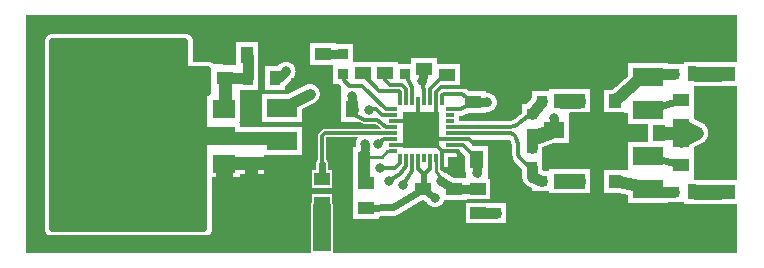
<source format=gbr>
%FSLAX34Y34*%
%MOMM*%
%LNCOPPER_TOP*%
G71*
G01*
%ADD10R,1.600X1.100*%
%ADD11R,1.100X1.600*%
%ADD12R,3.950X3.950*%
%ADD13C,1.100*%
%ADD14C,1.080*%
%ADD15R,2.200X1.900*%
%ADD16R,1.700X1.700*%
%ADD17R,2.600X2.200*%
%ADD18R,1.900X2.200*%
%ADD19C,1.050*%
%ADD20R,1.800X1.920*%
%ADD21R,3.400X2.400*%
%ADD22R,3.300X2.070*%
%ADD23C,2.070*%
%ADD24C,1.800*%
%ADD25C,1.700*%
%ADD26C,1.400*%
%ADD27C,1.900*%
%ADD28C,1.900*%
%ADD29C,0.600*%
%ADD30C,2.050*%
%ADD31C,0.300*%
%ADD32C,1.600*%
%ADD33C,1.600*%
%ADD34C,0.700*%
%ADD35C,1.200*%
%ADD36C,0.800*%
%ADD37R,1.900X3.400*%
%ADD38C,1.800*%
%ADD39R,2.700X2.300*%
%ADD40R,2.900X5.000*%
%ADD41C,2.300*%
%ADD42R,1.700X2.000*%
%ADD43C,1.300*%
%ADD44C,0.400*%
%ADD45R,1.800X1.500*%
%ADD46C,1.000*%
%ADD47R,2.000X1.700*%
%ADD48R,0.800X0.300*%
%ADD49R,0.300X0.800*%
%ADD50R,3.150X3.150*%
%ADD51C,0.280*%
%ADD52R,1.400X1.100*%
%ADD53R,0.900X0.900*%
%ADD54R,1.800X1.400*%
%ADD55R,1.100X1.400*%
%ADD56C,0.250*%
%ADD57R,1.000X1.120*%
%ADD58C,0.600*%
%ADD59R,2.600X1.600*%
%ADD60C,1.500*%
%ADD61R,2.500X1.270*%
%ADD62C,1.270*%
%ADD63C,0.900*%
%ADD64C,1.100*%
%ADD65C,1.250*%
%ADD66C,0.800*%
%ADD67R,1.500X3.000*%
%ADD68C,1.000*%
%ADD69R,1.900X1.500*%
%ADD70R,2.100X4.200*%
%ADD71R,2.600X2.790*%
%ADD72R,0.900X1.200*%
%ADD73R,0.600X2.200*%
%ADD74C,0.500*%
%LPD*%
G36*
X0Y0D02*
X602000Y0D01*
X602000Y-202000D01*
X0Y-202000D01*
X0Y0D01*
G37*
%LPC*%
X358332Y-115019D02*
G54D10*
D03*
X310032Y-115019D02*
G54D10*
D03*
X358332Y-110019D02*
G54D10*
D03*
X310032Y-110019D02*
G54D10*
D03*
X358332Y-105019D02*
G54D10*
D03*
X310032Y-105019D02*
G54D10*
D03*
X358332Y-100019D02*
G54D10*
D03*
X310032Y-100019D02*
G54D10*
D03*
X358332Y-95019D02*
G54D10*
D03*
X310032Y-95019D02*
G54D10*
D03*
X358332Y-90019D02*
G54D10*
D03*
X310032Y-90019D02*
G54D10*
D03*
X358332Y-85019D02*
G54D10*
D03*
X310032Y-85019D02*
G54D10*
D03*
X358332Y-80019D02*
G54D10*
D03*
X310032Y-80019D02*
G54D10*
D03*
X351682Y-121669D02*
G54D11*
D03*
X351682Y-73369D02*
G54D11*
D03*
X346682Y-121669D02*
G54D11*
D03*
X346682Y-73369D02*
G54D11*
D03*
X341682Y-121669D02*
G54D11*
D03*
X341682Y-73369D02*
G54D11*
D03*
X336682Y-121669D02*
G54D11*
D03*
X336682Y-73369D02*
G54D11*
D03*
X331682Y-121669D02*
G54D11*
D03*
X331682Y-73369D02*
G54D11*
D03*
X326682Y-121669D02*
G54D11*
D03*
X326682Y-73369D02*
G54D11*
D03*
X321682Y-121669D02*
G54D11*
D03*
X321682Y-73369D02*
G54D11*
D03*
X316682Y-121669D02*
G54D11*
D03*
X316682Y-73369D02*
G54D11*
D03*
X334259Y-97525D02*
G54D12*
D03*
G54D13*
X316682Y-73369D02*
X316682Y-65644D01*
X315366Y-64328D01*
X298566Y-64328D01*
G54D13*
X321682Y-73369D02*
X321682Y-63244D01*
X317766Y-59328D01*
X308066Y-59328D01*
G54D13*
X326682Y-73369D02*
X326682Y-60744D01*
X320430Y-50534D01*
G54D14*
X312032Y-115019D02*
X305551Y-115019D01*
X301000Y-120500D01*
X287856Y-120215D01*
G54D13*
X310032Y-90019D02*
X324381Y-90019D01*
X324400Y-90000D01*
G54D13*
X310032Y-110019D02*
X325119Y-110019D01*
X325500Y-110400D01*
G54D13*
X358332Y-105019D02*
X347719Y-105019D01*
X347500Y-104800D01*
G54D13*
X346682Y-73369D02*
X346682Y-82418D01*
X346682Y-73369D01*
G54D13*
X331682Y-73369D02*
X331682Y-84482D01*
X331700Y-84500D01*
X251153Y-33604D02*
G54D15*
D03*
X268380Y-50334D02*
G54D16*
D03*
X268280Y-33633D02*
G54D16*
D03*
X427850Y-129300D02*
G54D16*
D03*
X427750Y-112600D02*
G54D16*
D03*
X427850Y-84400D02*
G54D16*
D03*
X427750Y-101100D02*
G54D16*
D03*
X446300Y-97400D02*
G54D17*
D03*
X378153Y-73854D02*
G54D15*
D03*
X320430Y-50534D02*
G54D16*
D03*
G54D13*
X341682Y-72969D02*
X341682Y-62918D01*
X351000Y-53600D01*
X350750Y-50850D01*
X355903Y-50204D01*
G54D13*
X336682Y-73369D02*
X336679Y-64494D01*
X335015Y-56077D01*
G54D13*
X351682Y-73369D02*
X351682Y-68318D01*
X353250Y-66750D01*
X369149Y-66750D01*
X378153Y-73854D01*
G54D13*
X358332Y-80019D02*
X367887Y-80019D01*
X378153Y-73854D01*
X275447Y-79749D02*
G54D18*
D03*
X285856Y-123215D02*
G54D18*
D03*
G36*
X371606Y-111500D02*
X390606Y-111500D01*
X390606Y-133500D01*
X371606Y-133500D01*
X371606Y-111500D01*
G37*
X336153Y-147354D02*
G54D15*
D03*
X397903Y-168054D02*
G54D16*
D03*
X361903Y-147454D02*
G54D15*
D03*
G54D13*
X331682Y-121669D02*
X331682Y-130682D01*
X335414Y-134310D01*
X335414Y-141866D01*
X333806Y-147100D01*
G54D13*
X341682Y-121669D02*
X341682Y-130318D01*
X337401Y-134145D01*
X337504Y-141672D01*
X338806Y-147100D01*
G54D19*
X346682Y-121669D02*
X346682Y-132682D01*
X355200Y-145500D01*
X287253Y-142654D02*
G54D15*
D03*
X287253Y-163254D02*
G54D15*
D03*
G54D13*
X309332Y-85019D02*
X301300Y-85000D01*
X296300Y-80000D01*
X292569Y-79989D01*
X289715Y-80377D01*
X468063Y-72960D02*
G54D20*
D03*
G36*
X489262Y-63361D02*
X507262Y-63360D01*
X507263Y-82560D01*
X489263Y-82561D01*
X489262Y-63361D01*
G37*
G36*
X474163Y-24460D02*
X492163Y-24460D01*
X492163Y-43660D01*
X474163Y-43660D01*
X474163Y-24460D01*
G37*
X553884Y-92997D02*
G54D15*
D03*
X553884Y-72397D02*
G54D15*
D03*
X526481Y-80551D02*
G54D21*
D03*
X526481Y-52551D02*
G54D21*
D03*
X587502Y-49939D02*
G54D22*
D03*
X587502Y-149939D02*
G54D22*
D03*
X564902Y-49939D02*
G54D16*
D03*
X548202Y-50039D02*
G54D16*
D03*
X564902Y-149939D02*
G54D16*
D03*
X548202Y-150039D02*
G54D16*
D03*
G54D23*
X566702Y-149939D02*
X586702Y-149939D01*
G36*
X566702Y-139589D02*
X566702Y-160289D01*
X556352Y-160289D01*
X556352Y-139589D01*
X566702Y-139589D01*
G37*
G54D23*
X566702Y-49939D02*
X586702Y-49939D01*
G36*
X566702Y-39589D02*
X566702Y-60289D01*
X556352Y-60289D01*
X556352Y-39589D01*
X566702Y-39589D01*
G37*
G36*
X459063Y-131360D02*
X477063Y-131360D01*
X477063Y-150560D01*
X459063Y-150560D01*
X459063Y-131360D01*
G37*
G36*
X489263Y-131360D02*
X507263Y-131360D01*
X507263Y-150560D01*
X489263Y-150560D01*
X489263Y-131360D01*
G37*
X483163Y-102060D02*
G54D20*
D03*
X526481Y-147551D02*
G54D21*
D03*
X526481Y-119551D02*
G54D21*
D03*
G54D24*
X498263Y-72960D02*
X521000Y-53000D01*
G54D25*
X548202Y-50039D02*
X530043Y-50039D01*
X526481Y-53601D01*
G54D24*
X498263Y-140960D02*
X526481Y-146601D01*
G54D25*
X548202Y-150039D02*
X530039Y-150039D01*
X528250Y-148250D01*
X535550Y-100001D02*
G54D18*
D03*
X553784Y-106878D02*
G54D15*
D03*
X553784Y-127478D02*
G54D15*
D03*
G54D26*
X526481Y-119551D02*
X553784Y-127478D01*
G54D26*
X526481Y-80551D02*
X553884Y-72397D01*
G54D27*
X553884Y-92997D02*
X553784Y-106878D01*
G54D27*
X535550Y-100001D02*
X553772Y-100113D01*
X567563Y-99709D02*
G54D28*
D03*
G54D27*
X553784Y-106878D02*
X567563Y-99709D01*
X553884Y-92997D01*
X553772Y-100113D01*
X567563Y-99709D01*
G36*
X515000Y-113000D02*
X561774Y-113000D01*
X561774Y-143713D01*
X515000Y-143713D01*
X515000Y-113000D01*
G37*
G54D29*
X515000Y-113000D02*
X561774Y-113000D01*
X561774Y-143713D01*
X515000Y-143713D01*
X515000Y-113000D01*
G36*
X517000Y-141000D02*
X502720Y-141000D01*
X502720Y-134390D01*
X517000Y-134390D01*
X517000Y-141000D01*
G37*
G54D29*
X517000Y-141000D02*
X502720Y-141000D01*
X502720Y-134390D01*
X517000Y-134390D01*
X517000Y-141000D01*
G36*
X520000Y-53000D02*
X561876Y-53000D01*
X561876Y-87725D01*
X520000Y-87725D01*
X520000Y-53000D01*
G37*
G54D29*
X520000Y-53000D02*
X561876Y-53000D01*
X561876Y-87725D01*
X520000Y-87725D01*
X520000Y-53000D01*
G36*
X497000Y-69950D02*
X515233Y-69950D01*
X515233Y-79552D01*
X497000Y-79552D01*
X497000Y-69950D01*
G37*
G54D29*
X497000Y-69950D02*
X515233Y-69950D01*
X515233Y-79552D01*
X497000Y-79552D01*
X497000Y-69950D01*
G54D30*
X466863Y-140960D02*
X453050Y-140950D01*
G36*
X466856Y-151210D02*
X466870Y-130710D01*
X477120Y-130717D01*
X477106Y-151217D01*
X466856Y-151210D01*
G37*
G36*
X453057Y-130700D02*
X453043Y-151200D01*
X442793Y-151193D01*
X442807Y-130693D01*
X453057Y-130700D01*
G37*
X453050Y-140950D02*
G54D16*
D03*
X436350Y-141050D02*
G54D16*
D03*
G54D30*
X466863Y-72960D02*
X453050Y-72950D01*
G36*
X466856Y-83210D02*
X466870Y-62710D01*
X477120Y-62717D01*
X477106Y-83217D01*
X466856Y-83210D01*
G37*
G36*
X453057Y-62700D02*
X453043Y-83200D01*
X442793Y-83193D01*
X442807Y-62693D01*
X453057Y-62700D01*
G37*
X453050Y-72950D02*
G54D16*
D03*
X436350Y-73050D02*
G54D16*
D03*
G54D25*
X427750Y-112600D02*
X427750Y-101100D01*
G54D30*
X430958Y-103834D02*
X446300Y-97400D01*
G54D25*
X427850Y-84400D02*
X436350Y-73050D01*
G54D25*
X427850Y-129300D02*
X427855Y-137166D01*
X436350Y-141050D01*
G36*
X436350Y-73050D02*
X457792Y-73050D01*
X457792Y-89199D01*
X436350Y-89199D01*
X436350Y-73050D01*
G37*
G54D31*
X436350Y-73050D02*
X457792Y-73050D01*
X457792Y-89199D01*
X436350Y-89199D01*
X436350Y-73050D01*
X355903Y-50604D02*
G54D15*
D03*
X336700Y-45500D02*
G54D15*
D03*
X335015Y-56077D02*
G54D32*
D03*
G54D33*
X335015Y-56077D02*
X336700Y-45500D01*
X350900Y-140500D02*
G54D32*
D03*
X389800Y-74000D02*
G54D32*
D03*
G54D33*
X389800Y-74000D02*
X378153Y-73854D01*
X284700Y-49100D02*
G54D15*
D03*
X303700Y-49100D02*
G54D15*
D03*
G54D13*
X308066Y-59328D02*
X303700Y-54962D01*
X303700Y-49100D01*
G54D13*
X284700Y-49100D02*
X284700Y-50462D01*
X298566Y-64328D01*
G54D13*
X268580Y-50534D02*
X268580Y-55580D01*
X273000Y-60000D01*
X284000Y-60000D01*
X304000Y-80000D01*
X310013Y-80000D01*
X310032Y-80019D01*
X290415Y-80377D02*
G54D32*
D03*
G54D34*
X276347Y-80049D02*
X276915Y-84677D01*
X287000Y-89000D01*
G54D34*
X310032Y-95019D02*
X304019Y-95019D01*
X297000Y-89000D01*
X287000Y-89000D01*
X275934Y-69131D02*
G54D32*
D03*
G54D33*
X275534Y-69131D02*
X275543Y-76054D01*
X276915Y-80617D01*
X275447Y-79749D01*
X297515Y-109677D02*
G54D32*
D03*
G54D13*
X310032Y-105019D02*
X303046Y-105012D01*
X297515Y-109677D01*
X286615Y-109677D02*
G54D32*
D03*
G54D35*
X286615Y-109677D02*
X285856Y-120215D01*
X299115Y-129677D02*
G54D32*
D03*
X307215Y-140477D02*
G54D32*
D03*
X319215Y-143777D02*
G54D32*
D03*
G54D13*
X299115Y-129677D02*
X312323Y-129677D01*
X316682Y-125318D01*
X316682Y-121669D01*
G54D13*
X307215Y-140477D02*
X316000Y-135000D01*
X321682Y-128318D01*
X321682Y-121669D01*
G54D13*
X319215Y-143777D02*
X326682Y-132318D01*
X326682Y-121669D01*
G54D13*
X358332Y-110019D02*
X370019Y-110019D01*
X379000Y-120000D01*
X380000Y-119994D01*
X382106Y-122100D01*
G54D33*
X350900Y-140500D02*
X361903Y-147454D01*
X381903Y-147454D01*
G54D25*
X381903Y-147454D02*
X381903Y-146521D01*
X381903Y-147454D01*
X381115Y-133677D02*
G54D32*
D03*
G54D33*
X381106Y-133677D02*
X381106Y-122500D01*
G36*
X375581Y-123108D02*
X386571Y-123108D01*
X386571Y-140728D01*
X375581Y-140728D01*
X375581Y-123108D01*
G37*
G54D36*
X375581Y-123108D02*
X386571Y-123108D01*
X386571Y-140728D01*
X375581Y-140728D01*
X375581Y-123108D01*
G36*
X350000Y-66000D02*
X365000Y-66000D01*
X365000Y-79000D01*
X350000Y-79000D01*
X350000Y-66000D01*
G37*
G54D36*
X350000Y-66000D02*
X365000Y-66000D01*
X365000Y-79000D01*
X350000Y-79000D01*
X350000Y-66000D01*
G36*
X297000Y-65000D02*
X312000Y-65000D01*
X312000Y-80000D01*
X297000Y-80000D01*
X297000Y-65000D01*
G37*
G54D36*
X297000Y-65000D02*
X312000Y-65000D01*
X312000Y-80000D01*
X297000Y-80000D01*
X297000Y-65000D01*
G36*
X305000Y-89000D02*
X279948Y-81000D01*
X275447Y-79749D01*
X270948Y-64453D01*
X305000Y-64453D01*
X305000Y-89000D01*
G37*
G54D36*
X305000Y-89000D02*
X279948Y-81000D01*
X275447Y-79749D01*
X270948Y-64453D01*
X305000Y-64453D01*
X305000Y-89000D01*
G36*
X297515Y-109677D02*
X314000Y-102000D01*
X315000Y-124000D01*
X290000Y-124000D01*
X285856Y-120215D01*
X286915Y-109677D01*
X297515Y-109677D01*
G37*
G54D36*
X297515Y-109677D02*
X314000Y-102000D01*
X315000Y-124000D01*
X290000Y-124000D01*
X285856Y-120215D01*
X286915Y-109677D01*
X297515Y-109677D01*
G36*
X317000Y-119000D02*
X346000Y-119000D01*
X346000Y-141000D01*
X317000Y-141000D01*
X317000Y-119000D01*
G37*
G54D36*
X317000Y-119000D02*
X346000Y-119000D01*
X346000Y-141000D01*
X317000Y-141000D01*
X317000Y-119000D01*
G54D13*
X358332Y-100019D02*
X407019Y-100019D01*
X409502Y-100270D01*
X411530Y-101182D01*
X413236Y-102527D01*
X414447Y-104203D01*
X415657Y-106704D01*
X416000Y-109000D01*
X415977Y-117512D01*
X416919Y-120126D01*
X417701Y-121313D01*
X418582Y-122450D01*
X421050Y-124980D01*
X423608Y-126846D01*
X426289Y-128876D01*
G54D13*
X358332Y-95019D02*
X406231Y-95019D01*
X409580Y-94859D01*
X413000Y-94000D01*
X415349Y-93140D01*
X417419Y-91721D01*
X420790Y-89001D01*
X425000Y-86000D01*
X427850Y-84400D01*
X250048Y-185488D02*
G54D37*
D03*
G54D27*
X250048Y-184688D02*
X249953Y-162254D01*
X189509Y-104184D02*
G54D38*
D03*
X167357Y-79986D02*
G54D39*
D03*
X167457Y-102986D02*
G54D39*
D03*
X167457Y-125986D02*
G54D39*
D03*
X108757Y-103086D02*
G54D40*
D03*
X216256Y-79209D02*
G54D21*
D03*
X216256Y-107209D02*
G54D21*
D03*
X189762Y-125131D02*
G54D15*
D03*
X189762Y-104531D02*
G54D15*
D03*
X168209Y-53803D02*
G54D15*
D03*
G54D41*
X167457Y-102986D02*
X108857Y-102986D01*
X108757Y-103086D01*
X186512Y-33750D02*
G54D18*
D03*
X187518Y-53342D02*
G54D42*
D03*
X210518Y-53342D02*
G54D42*
D03*
G54D25*
X187518Y-53342D02*
X187518Y-34756D01*
X186512Y-33750D01*
G54D25*
X187518Y-53342D02*
X168209Y-53803D01*
G54D27*
X167357Y-76986D02*
X168210Y-76134D01*
X168209Y-53803D01*
G54D27*
X189762Y-104531D02*
X167457Y-104531D01*
X167457Y-102986D01*
G54D27*
X189762Y-125131D02*
X167457Y-125131D01*
X167457Y-125986D01*
G36*
X134000Y-22000D02*
X134000Y-46000D01*
X154000Y-46000D01*
X154000Y-66000D01*
X150000Y-66000D01*
X150000Y-181000D01*
X22000Y-181000D01*
X22000Y-22000D01*
X134000Y-22000D01*
G37*
G54D43*
X134000Y-22000D02*
X134000Y-46000D01*
X154000Y-46000D01*
X154000Y-66000D01*
X150000Y-66000D01*
X150000Y-181000D01*
X22000Y-181000D01*
X22000Y-22000D01*
X134000Y-22000D01*
G54D27*
X189762Y-104531D02*
X196593Y-104480D01*
X204105Y-104702D01*
X205978Y-105531D01*
X216256Y-107810D01*
G54D33*
X251153Y-33604D02*
X268280Y-33633D01*
X446600Y-87000D02*
G54D32*
D03*
G54D33*
X446800Y-87000D02*
X446300Y-97400D01*
G54D24*
X285856Y-120215D02*
X285856Y-141256D01*
X287253Y-142654D01*
G54D26*
X287253Y-163254D02*
X310000Y-163000D01*
X336153Y-147354D01*
X346100Y-155000D01*
X336153Y-147354D01*
X346100Y-155000D02*
G54D32*
D03*
X240334Y-67431D02*
G54D32*
D03*
G54D25*
X240334Y-67431D02*
X216256Y-79209D01*
X219334Y-47431D02*
G54D32*
D03*
G54D33*
X210518Y-53342D02*
X213423Y-53342D01*
X219334Y-47431D01*
G36*
X316000Y-159000D02*
X278244Y-159000D01*
X278244Y-119760D01*
X316000Y-119760D01*
X316000Y-159000D01*
G37*
G54D44*
X316000Y-159000D02*
X278244Y-159000D01*
X278244Y-119760D01*
X316000Y-119760D01*
X316000Y-159000D01*
G36*
X275447Y-79749D02*
X267964Y-79749D01*
X267964Y-43014D01*
X275447Y-43014D01*
X275447Y-79749D01*
G37*
G54D44*
X275447Y-79749D02*
X267964Y-79749D01*
X267964Y-43014D01*
X275447Y-43014D01*
X275447Y-79749D01*
G36*
X157000Y-101000D02*
X198000Y-101000D01*
X198000Y-121000D01*
X157000Y-121000D01*
X157000Y-101000D01*
G37*
G54D44*
X157000Y-101000D02*
X198000Y-101000D01*
X198000Y-121000D01*
X157000Y-121000D01*
X157000Y-101000D01*
G36*
X178475Y-89026D02*
X154000Y-89026D01*
X154000Y-43000D01*
X178475Y-44000D01*
X178475Y-89026D01*
G37*
G54D44*
X178475Y-89026D02*
X154000Y-89026D01*
X154000Y-43000D01*
X178475Y-44000D01*
X178475Y-89026D01*
X148209Y-53803D02*
G54D15*
D03*
X249953Y-138654D02*
G54D45*
D03*
X249953Y-159254D02*
G54D45*
D03*
G54D46*
X249953Y-138654D02*
X250000Y-126000D01*
X249953Y-138654D01*
G54D34*
X310032Y-100019D02*
X252981Y-100019D01*
X249953Y-103047D01*
X249953Y-109953D01*
X250000Y-126000D01*
G36*
X427750Y-112600D02*
X415349Y-112600D01*
X415349Y-93140D01*
X427750Y-93140D01*
X427750Y-112600D01*
G37*
G54D31*
X427750Y-112600D02*
X415349Y-112600D01*
X415349Y-93140D01*
X427750Y-93140D01*
X427750Y-112600D01*
X381903Y-168054D02*
G54D47*
D03*
X381903Y-147454D02*
G54D47*
D03*
G54D25*
X381903Y-168054D02*
X397903Y-168054D01*
%LPD*%
X358332Y-115019D02*
G54D48*
D03*
X310032Y-115019D02*
G54D48*
D03*
X358332Y-110019D02*
G54D48*
D03*
X310032Y-110019D02*
G54D48*
D03*
X358332Y-105019D02*
G54D48*
D03*
X310032Y-105019D02*
G54D48*
D03*
X358332Y-100019D02*
G54D48*
D03*
X310032Y-100019D02*
G54D48*
D03*
X358332Y-95019D02*
G54D48*
D03*
X310032Y-95019D02*
G54D48*
D03*
X358332Y-90019D02*
G54D48*
D03*
X310032Y-90019D02*
G54D48*
D03*
X358332Y-85019D02*
G54D48*
D03*
X310032Y-85019D02*
G54D48*
D03*
X358332Y-80019D02*
G54D48*
D03*
X310032Y-80019D02*
G54D48*
D03*
X351682Y-121669D02*
G54D49*
D03*
X351682Y-73369D02*
G54D49*
D03*
X346682Y-121669D02*
G54D49*
D03*
X346682Y-73369D02*
G54D49*
D03*
X341682Y-121669D02*
G54D49*
D03*
X341682Y-73369D02*
G54D49*
D03*
X336682Y-121669D02*
G54D49*
D03*
X336682Y-73369D02*
G54D49*
D03*
X331682Y-121669D02*
G54D49*
D03*
X331682Y-73369D02*
G54D49*
D03*
X326682Y-121669D02*
G54D49*
D03*
X326682Y-73369D02*
G54D49*
D03*
X321682Y-121669D02*
G54D49*
D03*
X321682Y-73369D02*
G54D49*
D03*
X316682Y-121669D02*
G54D49*
D03*
X316682Y-73369D02*
G54D49*
D03*
X334259Y-97525D02*
G54D50*
D03*
G54D31*
X316682Y-73369D02*
X316682Y-65644D01*
X315366Y-64328D01*
X298566Y-64328D01*
G54D31*
X321682Y-73369D02*
X321682Y-63244D01*
X317766Y-59328D01*
X308066Y-59328D01*
G54D31*
X326682Y-73369D02*
X326682Y-60744D01*
X320430Y-50534D01*
G54D51*
X312032Y-115019D02*
X305551Y-115019D01*
X301000Y-120500D01*
X287856Y-120215D01*
G54D31*
X310032Y-90019D02*
X324381Y-90019D01*
X324400Y-90000D01*
G54D31*
X310032Y-110019D02*
X325119Y-110019D01*
X325500Y-110400D01*
G54D31*
X351682Y-121669D02*
X351682Y-114982D01*
X347800Y-111100D01*
G54D31*
X358332Y-115019D02*
X351719Y-115019D01*
X347800Y-111100D01*
G54D31*
X358332Y-105019D02*
X347719Y-105019D01*
X347500Y-104800D01*
G54D31*
X346682Y-73369D02*
X346682Y-82418D01*
X346682Y-73369D01*
G54D31*
X331682Y-73369D02*
X331682Y-84482D01*
X331700Y-84500D01*
X251153Y-33604D02*
G54D52*
D03*
X251153Y-54204D02*
G54D52*
D03*
X268380Y-50334D02*
G54D53*
D03*
X268280Y-33633D02*
G54D53*
D03*
X427850Y-129300D02*
G54D53*
D03*
X427750Y-112600D02*
G54D53*
D03*
X427850Y-84400D02*
G54D53*
D03*
X427750Y-101100D02*
G54D53*
D03*
X446300Y-123500D02*
G54D54*
D03*
X446300Y-97400D02*
G54D54*
D03*
X378153Y-53254D02*
G54D52*
D03*
X378153Y-73854D02*
G54D52*
D03*
X320330Y-33834D02*
G54D53*
D03*
X320430Y-50534D02*
G54D53*
D03*
G54D31*
X341682Y-72969D02*
X341682Y-62918D01*
X351000Y-53600D01*
X350750Y-50850D01*
X355903Y-50204D01*
G54D31*
X336682Y-73369D02*
X336679Y-64494D01*
X335015Y-56077D01*
G54D31*
X346682Y-73969D02*
X346682Y-65418D01*
X351000Y-61100D01*
X366000Y-61100D01*
X380750Y-61350D01*
X380750Y-61600D01*
X381500Y-61350D01*
X381057Y-61350D01*
X380903Y-60504D01*
G54D31*
X351682Y-73369D02*
X351682Y-68318D01*
X353250Y-66750D01*
X369149Y-66750D01*
X378153Y-73854D01*
G54D31*
X358332Y-80019D02*
X367887Y-80019D01*
X378153Y-73854D01*
G36*
X249347Y-72749D02*
X260347Y-72749D01*
X260347Y-86749D01*
X249347Y-86749D01*
X249347Y-72749D01*
G37*
X275447Y-79749D02*
G54D55*
D03*
X285856Y-123215D02*
G54D55*
D03*
X265256Y-123215D02*
G54D55*
D03*
G36*
X375606Y-115500D02*
X386606Y-115500D01*
X386606Y-129500D01*
X375606Y-129500D01*
X375606Y-115500D01*
G37*
G36*
X396206Y-115500D02*
X407206Y-115500D01*
X407206Y-129500D01*
X396206Y-129500D01*
X396206Y-115500D01*
G37*
X336153Y-147354D02*
G54D52*
D03*
X336153Y-167954D02*
G54D52*
D03*
X414603Y-167954D02*
G54D53*
D03*
X397903Y-168054D02*
G54D53*
D03*
X361903Y-147454D02*
G54D52*
D03*
X361903Y-168054D02*
G54D52*
D03*
G54D31*
X331682Y-121669D02*
X331682Y-130682D01*
X335414Y-134310D01*
X335414Y-141866D01*
X333806Y-147100D01*
G54D31*
X341682Y-121669D02*
X341682Y-130318D01*
X337401Y-134145D01*
X337504Y-141672D01*
X338806Y-147100D01*
G54D56*
X346682Y-121669D02*
X346682Y-132682D01*
X355200Y-145500D01*
X287253Y-142654D02*
G54D52*
D03*
X287253Y-163254D02*
G54D52*
D03*
G54D31*
X309332Y-85019D02*
X301300Y-85000D01*
X296300Y-80000D01*
X292569Y-79989D01*
X289715Y-80377D01*
X468063Y-72960D02*
G54D57*
D03*
G36*
X478163Y-67360D02*
X488163Y-67360D01*
X488163Y-78560D01*
X478163Y-78560D01*
X478163Y-67360D01*
G37*
G36*
X493262Y-67360D02*
X503262Y-67360D01*
X503263Y-78560D01*
X493263Y-78560D01*
X493262Y-67360D01*
G37*
G36*
X478163Y-28460D02*
X488163Y-28460D01*
X488163Y-39660D01*
X478163Y-39660D01*
X478163Y-28460D01*
G37*
G54D36*
X483063Y-65960D02*
X483063Y-40960D01*
G36*
X460163Y-14560D02*
X506163Y-14560D01*
X506163Y-53560D01*
X460163Y-53560D01*
X460163Y-14560D01*
G37*
G54D46*
X483163Y-72960D02*
X483163Y-34060D01*
X465036Y-19004D02*
G54D58*
D03*
X471036Y-19004D02*
G54D58*
D03*
X477036Y-19004D02*
G54D58*
D03*
X483036Y-19004D02*
G54D58*
D03*
X489036Y-19004D02*
G54D58*
D03*
X495036Y-19004D02*
G54D58*
D03*
X501035Y-18004D02*
G54D58*
D03*
X465007Y-39127D02*
G54D58*
D03*
X501036Y-41004D02*
G54D58*
D03*
X501036Y-48004D02*
G54D58*
D03*
X474036Y-48004D02*
G54D58*
D03*
X483036Y-48004D02*
G54D58*
D03*
X492036Y-48004D02*
G54D58*
D03*
X483036Y-55004D02*
G54D58*
D03*
X553884Y-92997D02*
G54D52*
D03*
X553884Y-72397D02*
G54D52*
D03*
X526481Y-80551D02*
G54D59*
D03*
X526481Y-52551D02*
G54D59*
D03*
G54D60*
X8000Y-8000D02*
X594000Y-8000D01*
G36*
X8000Y-500D02*
X8000Y-15500D01*
X500Y-15500D01*
X500Y-500D01*
X8000Y-500D01*
G37*
G36*
X594000Y-15500D02*
X594000Y-500D01*
X601500Y-500D01*
X601500Y-15500D01*
X594000Y-15500D01*
G37*
X587502Y-49939D02*
G54D61*
D03*
X587502Y-149939D02*
G54D61*
D03*
G54D60*
X594000Y-29000D02*
X594000Y-8000D01*
G36*
X586500Y-29000D02*
X601500Y-29000D01*
X601500Y-36500D01*
X586500Y-36500D01*
X586500Y-29000D01*
G37*
G54D60*
X594000Y-71000D02*
X594000Y-129000D01*
G36*
X601500Y-71000D02*
X586500Y-71000D01*
X586500Y-63500D01*
X601500Y-63500D01*
X601500Y-71000D01*
G37*
G36*
X586500Y-129000D02*
X601500Y-129000D01*
X601500Y-136500D01*
X586500Y-136500D01*
X586500Y-129000D01*
G37*
G54D60*
X594000Y-193000D02*
X594000Y-171000D01*
G36*
X586500Y-193000D02*
X601500Y-193000D01*
X601500Y-200500D01*
X586500Y-200500D01*
X586500Y-193000D01*
G37*
G36*
X601500Y-171000D02*
X586500Y-171000D01*
X586500Y-163500D01*
X601500Y-163500D01*
X601500Y-171000D01*
G37*
G54D60*
X275000Y-194000D02*
X594000Y-194000D01*
G36*
X275000Y-186500D02*
X275000Y-201500D01*
X267500Y-201500D01*
X267500Y-186500D01*
X275000Y-186500D01*
G37*
G36*
X594000Y-201500D02*
X594000Y-186500D01*
X601500Y-186500D01*
X601500Y-201500D01*
X594000Y-201500D01*
G37*
X564902Y-49939D02*
G54D53*
D03*
X548202Y-50039D02*
G54D53*
D03*
X564902Y-149939D02*
G54D53*
D03*
X548202Y-150039D02*
G54D53*
D03*
G54D62*
X566702Y-149939D02*
X586702Y-149939D01*
G36*
X566702Y-143589D02*
X566702Y-156289D01*
X560352Y-156289D01*
X560352Y-143589D01*
X566702Y-143589D01*
G37*
G54D62*
X566702Y-49939D02*
X586702Y-49939D01*
G36*
X566702Y-43589D02*
X566702Y-56289D01*
X560352Y-56289D01*
X560352Y-43589D01*
X566702Y-43589D01*
G37*
G36*
X463063Y-135360D02*
X473063Y-135360D01*
X473063Y-146560D01*
X463063Y-146560D01*
X463063Y-135360D01*
G37*
G36*
X478163Y-135360D02*
X488163Y-135360D01*
X488164Y-146560D01*
X478164Y-146560D01*
X478163Y-135360D01*
G37*
G36*
X493263Y-135360D02*
X503263Y-135360D01*
X503263Y-146560D01*
X493263Y-146560D01*
X493263Y-135360D01*
G37*
X483163Y-102060D02*
G54D57*
D03*
G54D36*
X483063Y-133960D02*
X483063Y-108960D01*
G36*
X460163Y-82560D02*
X506163Y-82560D01*
X506163Y-121560D01*
X460163Y-121560D01*
X460163Y-82560D01*
G37*
G54D46*
X483163Y-140960D02*
X483163Y-102060D01*
X465036Y-87004D02*
G54D58*
D03*
X471036Y-87004D02*
G54D58*
D03*
X477036Y-87004D02*
G54D58*
D03*
X483036Y-87004D02*
G54D58*
D03*
X489036Y-87004D02*
G54D58*
D03*
X495036Y-87004D02*
G54D58*
D03*
X501035Y-87004D02*
G54D58*
D03*
X465036Y-116004D02*
G54D58*
D03*
X465036Y-108004D02*
G54D58*
D03*
X465036Y-101004D02*
G54D58*
D03*
X465036Y-94004D02*
G54D58*
D03*
X501036Y-94004D02*
G54D58*
D03*
X501036Y-101004D02*
G54D58*
D03*
X501036Y-108004D02*
G54D58*
D03*
X501036Y-116004D02*
G54D58*
D03*
X474036Y-116004D02*
G54D58*
D03*
X483036Y-116004D02*
G54D58*
D03*
X492036Y-116004D02*
G54D58*
D03*
X483036Y-123004D02*
G54D58*
D03*
X477236Y-155004D02*
G54D58*
D03*
X483236Y-155004D02*
G54D58*
D03*
X489236Y-155004D02*
G54D58*
D03*
X480269Y-160224D02*
G54D58*
D03*
X486258Y-160124D02*
G54D58*
D03*
G54D36*
X486258Y-160124D02*
X480269Y-160224D01*
X477236Y-155004D01*
X489236Y-155004D01*
G54D46*
X483236Y-155004D02*
X483163Y-143960D01*
X526481Y-147551D02*
G54D59*
D03*
X526481Y-119551D02*
G54D59*
D03*
G54D46*
X498263Y-72960D02*
X521000Y-53000D01*
G54D63*
X548202Y-50039D02*
X530043Y-50039D01*
X526481Y-53601D01*
G54D46*
X498263Y-140960D02*
X526481Y-146601D01*
G54D63*
X548202Y-150039D02*
X530039Y-150039D01*
X528250Y-148250D01*
X535550Y-100001D02*
G54D55*
D03*
X514950Y-100001D02*
G54D55*
D03*
X553784Y-106878D02*
G54D52*
D03*
X553784Y-127478D02*
G54D52*
D03*
G54D29*
X526481Y-119551D02*
X553784Y-127478D01*
G54D29*
X526481Y-80551D02*
X553884Y-72397D01*
G54D13*
X553884Y-92997D02*
X553784Y-106878D01*
G54D13*
X535550Y-100001D02*
X553772Y-100113D01*
X567563Y-99709D02*
G54D64*
D03*
G54D13*
X553784Y-106878D02*
X567563Y-99709D01*
X553884Y-92997D01*
X553772Y-100113D01*
X567563Y-99709D01*
X569564Y-63709D02*
G54D58*
D03*
X575814Y-63709D02*
G54D58*
D03*
X582314Y-63709D02*
G54D58*
D03*
X588564Y-63709D02*
G54D58*
D03*
X568064Y-69459D02*
G54D58*
D03*
X568064Y-75459D02*
G54D58*
D03*
X568314Y-81459D02*
G54D58*
D03*
X571314Y-86959D02*
G54D58*
D03*
X594814Y-63709D02*
G54D58*
D03*
X594000Y-71000D02*
G54D58*
D03*
X594000Y-81000D02*
G54D58*
D03*
X594000Y-91000D02*
G54D58*
D03*
X594000Y-101000D02*
G54D58*
D03*
X594000Y-111000D02*
G54D58*
D03*
X594000Y-121000D02*
G54D58*
D03*
X594000Y-130000D02*
G54D58*
D03*
X569564Y-136409D02*
G54D58*
D03*
X575814Y-136409D02*
G54D58*
D03*
X582314Y-136409D02*
G54D58*
D03*
X588564Y-136409D02*
G54D58*
D03*
X594814Y-136409D02*
G54D58*
D03*
X567980Y-130387D02*
G54D58*
D03*
X568034Y-124315D02*
G54D58*
D03*
X568060Y-117828D02*
G54D58*
D03*
X571956Y-112161D02*
G54D58*
D03*
X577340Y-108220D02*
G54D58*
D03*
X580201Y-102543D02*
G54D58*
D03*
X579883Y-96140D02*
G54D58*
D03*
X576840Y-90463D02*
G54D58*
D03*
X569564Y-36209D02*
G54D58*
D03*
X575814Y-36209D02*
G54D58*
D03*
X582314Y-36209D02*
G54D58*
D03*
X588564Y-36209D02*
G54D58*
D03*
X594814Y-36209D02*
G54D58*
D03*
X569564Y-163909D02*
G54D58*
D03*
X575814Y-163909D02*
G54D58*
D03*
X582314Y-163909D02*
G54D58*
D03*
X588564Y-163909D02*
G54D58*
D03*
X594814Y-163909D02*
G54D58*
D03*
X538064Y-163909D02*
G54D58*
D03*
X544314Y-163909D02*
G54D58*
D03*
X550814Y-163909D02*
G54D58*
D03*
X557064Y-163909D02*
G54D58*
D03*
X563314Y-163909D02*
G54D58*
D03*
X506564Y-163909D02*
G54D58*
D03*
X512814Y-163909D02*
G54D58*
D03*
X519314Y-163909D02*
G54D58*
D03*
X525564Y-163909D02*
G54D58*
D03*
X531814Y-163909D02*
G54D58*
D03*
X538064Y-36209D02*
G54D58*
D03*
X544314Y-36209D02*
G54D58*
D03*
X550814Y-36209D02*
G54D58*
D03*
X557064Y-36209D02*
G54D58*
D03*
X563314Y-36209D02*
G54D58*
D03*
X512814Y-36209D02*
G54D58*
D03*
X519314Y-36209D02*
G54D58*
D03*
X525564Y-36209D02*
G54D58*
D03*
X531814Y-36209D02*
G54D58*
D03*
X506481Y-157765D02*
G54D58*
D03*
X501752Y-154030D02*
G54D58*
D03*
X495600Y-153708D02*
G54D58*
D03*
X505970Y-128244D02*
G54D58*
D03*
X499844Y-128244D02*
G54D58*
D03*
X493718Y-128244D02*
G54D58*
D03*
X472595Y-127244D02*
G54D58*
D03*
X463335Y-127245D02*
G54D58*
D03*
X494218Y-58244D02*
G54D58*
D03*
X474095Y-58244D02*
G54D58*
D03*
X467974Y-56603D02*
G54D58*
D03*
X462334Y-59682D02*
G54D58*
D03*
X499718Y-54744D02*
G54D58*
D03*
X506156Y-44935D02*
G54D58*
D03*
X594000Y-171000D02*
G54D58*
D03*
X594000Y-181000D02*
G54D58*
D03*
X594000Y-191000D02*
G54D58*
D03*
X594000Y-8000D02*
G54D58*
D03*
X594000Y-18000D02*
G54D58*
D03*
X594000Y-28000D02*
G54D58*
D03*
X584000Y-194000D02*
G54D58*
D03*
X574000Y-194000D02*
G54D58*
D03*
X564000Y-194000D02*
G54D58*
D03*
X554000Y-194000D02*
G54D58*
D03*
X544000Y-194000D02*
G54D58*
D03*
X534000Y-194000D02*
G54D58*
D03*
X524000Y-194000D02*
G54D58*
D03*
X514000Y-194000D02*
G54D58*
D03*
X504000Y-194000D02*
G54D58*
D03*
X494000Y-194000D02*
G54D58*
D03*
X484000Y-194000D02*
G54D58*
D03*
X474000Y-194000D02*
G54D58*
D03*
X464000Y-194000D02*
G54D58*
D03*
X454000Y-194000D02*
G54D58*
D03*
X444000Y-194000D02*
G54D58*
D03*
X434000Y-194000D02*
G54D58*
D03*
X424000Y-194000D02*
G54D58*
D03*
X414000Y-194000D02*
G54D58*
D03*
X404000Y-194000D02*
G54D58*
D03*
X394000Y-194000D02*
G54D58*
D03*
X384000Y-194000D02*
G54D58*
D03*
X374000Y-194000D02*
G54D58*
D03*
X364000Y-194000D02*
G54D58*
D03*
X354000Y-194000D02*
G54D58*
D03*
X343000Y-194000D02*
G54D58*
D03*
X584000Y-8000D02*
G54D58*
D03*
X574000Y-8000D02*
G54D58*
D03*
X564000Y-8000D02*
G54D58*
D03*
X554000Y-8000D02*
G54D58*
D03*
X544000Y-8000D02*
G54D58*
D03*
X534000Y-8000D02*
G54D58*
D03*
X524000Y-8000D02*
G54D58*
D03*
X514000Y-8000D02*
G54D58*
D03*
X504000Y-8000D02*
G54D58*
D03*
X494000Y-8000D02*
G54D58*
D03*
X484000Y-8000D02*
G54D58*
D03*
X474000Y-8000D02*
G54D58*
D03*
X464000Y-8000D02*
G54D58*
D03*
X454000Y-8000D02*
G54D58*
D03*
X444000Y-8000D02*
G54D58*
D03*
X434000Y-8000D02*
G54D58*
D03*
X424000Y-8000D02*
G54D58*
D03*
X414000Y-8000D02*
G54D58*
D03*
X404000Y-8000D02*
G54D58*
D03*
X394000Y-8000D02*
G54D58*
D03*
X384000Y-8000D02*
G54D58*
D03*
X374000Y-8000D02*
G54D58*
D03*
X364000Y-8000D02*
G54D58*
D03*
X354000Y-8000D02*
G54D58*
D03*
X343000Y-8000D02*
G54D58*
D03*
X577982Y-176223D02*
G54D58*
D03*
X563310Y-176223D02*
G54D58*
D03*
X547965Y-176728D02*
G54D58*
D03*
X531944Y-176897D02*
G54D58*
D03*
X517948Y-176728D02*
G54D58*
D03*
X503951Y-176560D02*
G54D58*
D03*
X495014Y-165936D02*
G54D58*
D03*
X490292Y-180776D02*
G54D58*
D03*
X478656Y-169477D02*
G54D58*
D03*
X473091Y-180438D02*
G54D58*
D03*
X579947Y-123684D02*
G54D58*
D03*
X580605Y-76754D02*
G54D58*
D03*
X578319Y-24283D02*
G54D58*
D03*
X562298Y-24452D02*
G54D58*
D03*
X546784Y-24621D02*
G54D58*
D03*
G54D65*
X466863Y-140960D02*
X453050Y-140950D01*
G36*
X466859Y-147210D02*
X466868Y-134710D01*
X473118Y-134714D01*
X473109Y-147214D01*
X466859Y-147210D01*
G37*
G36*
X453054Y-134700D02*
X453046Y-147200D01*
X446796Y-147196D01*
X446804Y-134696D01*
X453054Y-134700D01*
G37*
X453050Y-140950D02*
G54D53*
D03*
X436350Y-141050D02*
G54D53*
D03*
G54D65*
X466863Y-72960D02*
X453050Y-72950D01*
G36*
X466859Y-79210D02*
X466868Y-66710D01*
X473118Y-66714D01*
X473109Y-79214D01*
X466859Y-79210D01*
G37*
G36*
X453054Y-66700D02*
X453046Y-79200D01*
X446796Y-79196D01*
X446804Y-66696D01*
X453054Y-66700D01*
G37*
X453050Y-72950D02*
G54D53*
D03*
X436350Y-73050D02*
G54D53*
D03*
G54D63*
X427750Y-112600D02*
X427750Y-101100D01*
G54D65*
X430958Y-103834D02*
X446300Y-97400D01*
G54D63*
X427850Y-84400D02*
X436350Y-73050D01*
G54D63*
X427850Y-129300D02*
X427855Y-137166D01*
X436350Y-141050D01*
X446595Y-112244D02*
G54D58*
D03*
X452595Y-112244D02*
G54D58*
D03*
X459595Y-112244D02*
G54D58*
D03*
X322255Y-85525D02*
G54D58*
D03*
X328255Y-85525D02*
G54D58*
D03*
X334255Y-85525D02*
G54D58*
D03*
X340255Y-85525D02*
G54D58*
D03*
X346255Y-85525D02*
G54D58*
D03*
X322255Y-91525D02*
G54D58*
D03*
X328255Y-91525D02*
G54D58*
D03*
X334255Y-91525D02*
G54D58*
D03*
X340255Y-91525D02*
G54D58*
D03*
X346255Y-91525D02*
G54D58*
D03*
X322255Y-97525D02*
G54D58*
D03*
X328255Y-97525D02*
G54D58*
D03*
X340255Y-97525D02*
G54D58*
D03*
X346255Y-97525D02*
G54D58*
D03*
X322255Y-103525D02*
G54D58*
D03*
X328255Y-103525D02*
G54D58*
D03*
X334255Y-103525D02*
G54D58*
D03*
X340255Y-103525D02*
G54D58*
D03*
X346255Y-103525D02*
G54D58*
D03*
X322255Y-109525D02*
G54D58*
D03*
X328255Y-109525D02*
G54D58*
D03*
X334255Y-109525D02*
G54D58*
D03*
X340255Y-109525D02*
G54D58*
D03*
X346255Y-109525D02*
G54D58*
D03*
X334259Y-97525D02*
G54D58*
D03*
X374091Y-86438D02*
G54D58*
D03*
X380091Y-86438D02*
G54D58*
D03*
X386091Y-86438D02*
G54D58*
D03*
X392091Y-86438D02*
G54D58*
D03*
X398091Y-86438D02*
G54D58*
D03*
X355903Y-30003D02*
G54D52*
D03*
X355903Y-50604D02*
G54D52*
D03*
X336700Y-24900D02*
G54D52*
D03*
X336700Y-45500D02*
G54D52*
D03*
X335015Y-56077D02*
G54D66*
D03*
G54D36*
X335015Y-56077D02*
X336700Y-45500D01*
X350900Y-140500D02*
G54D66*
D03*
X389800Y-74000D02*
G54D66*
D03*
G54D36*
X389800Y-74000D02*
X378153Y-73854D01*
X284700Y-28500D02*
G54D52*
D03*
X284700Y-49100D02*
G54D52*
D03*
X303700Y-28500D02*
G54D52*
D03*
X303700Y-49100D02*
G54D52*
D03*
G54D31*
X308066Y-59328D02*
X303700Y-54962D01*
X303700Y-49100D01*
G54D31*
X284700Y-49100D02*
X284700Y-50462D01*
X298566Y-64328D01*
G54D31*
X268580Y-50534D02*
X268580Y-55580D01*
X273000Y-60000D01*
X284000Y-60000D01*
X304000Y-80000D01*
X310013Y-80000D01*
X310032Y-80019D01*
X290415Y-80377D02*
G54D66*
D03*
G54D31*
X276347Y-80049D02*
X276915Y-84677D01*
X287000Y-89000D01*
G54D31*
X310032Y-95019D02*
X304019Y-95019D01*
X297000Y-89000D01*
X287000Y-89000D01*
X275934Y-69131D02*
G54D66*
D03*
G54D36*
X275534Y-69131D02*
X275543Y-76054D01*
X276915Y-80617D01*
X275447Y-79749D01*
X297515Y-109677D02*
G54D66*
D03*
G54D31*
X310032Y-105019D02*
X303046Y-105012D01*
X297515Y-109677D01*
X286615Y-109677D02*
G54D66*
D03*
G54D36*
X286615Y-109677D02*
X285856Y-120215D01*
X299115Y-129677D02*
G54D66*
D03*
X307215Y-140477D02*
G54D66*
D03*
X319215Y-143777D02*
G54D66*
D03*
G54D31*
X299115Y-129677D02*
X312323Y-129677D01*
X316682Y-125318D01*
X316682Y-121669D01*
G54D31*
X307215Y-140477D02*
X316000Y-135000D01*
X321682Y-128318D01*
X321682Y-121669D01*
G54D31*
X319215Y-143777D02*
X326682Y-132318D01*
X326682Y-121669D01*
G54D31*
X351682Y-121669D02*
X351682Y-131000D01*
X357067Y-131101D01*
X360091Y-131438D01*
G54D31*
X358332Y-115019D02*
X365000Y-115019D01*
X367091Y-123438D01*
X360091Y-131438D02*
G54D58*
D03*
X367091Y-123438D02*
G54D58*
D03*
G54D31*
X358332Y-110019D02*
X370019Y-110019D01*
X379000Y-120000D01*
X380000Y-119994D01*
X382106Y-122100D01*
X380091Y-108538D02*
G54D58*
D03*
X386891Y-108538D02*
G54D58*
D03*
X393591Y-108638D02*
G54D58*
D03*
X400091Y-108638D02*
G54D58*
D03*
X406891Y-108838D02*
G54D58*
D03*
X404091Y-86438D02*
G54D58*
D03*
G54D31*
X358332Y-105019D02*
X374753Y-105019D01*
X378027Y-108293D01*
G54D36*
X350900Y-140500D02*
X361903Y-147454D01*
X381903Y-147454D01*
G54D63*
X381903Y-147454D02*
X381903Y-146521D01*
X381903Y-147454D01*
X367354Y-131503D02*
G54D58*
D03*
X394803Y-134890D02*
G54D58*
D03*
X400903Y-134890D02*
G54D58*
D03*
X407003Y-134890D02*
G54D58*
D03*
X381115Y-133677D02*
G54D66*
D03*
G54D36*
X381106Y-133677D02*
X381106Y-122500D01*
G54D31*
X358332Y-100019D02*
X407019Y-100019D01*
X409502Y-100270D01*
X411530Y-101182D01*
X413236Y-102527D01*
X414447Y-104203D01*
X415657Y-106704D01*
X416000Y-109000D01*
X415977Y-117512D01*
X416919Y-120126D01*
X417701Y-121313D01*
X418582Y-122450D01*
X421050Y-124980D01*
X423608Y-126846D01*
X426289Y-128876D01*
G54D31*
X358332Y-95019D02*
X406231Y-95019D01*
X409580Y-94859D01*
X413000Y-94000D01*
X415349Y-93140D01*
X417419Y-91721D01*
X420790Y-89001D01*
X425000Y-86000D01*
X427850Y-84400D01*
X410126Y-85869D02*
G54D58*
D03*
X415133Y-82435D02*
G54D58*
D03*
X416202Y-76483D02*
G54D58*
D03*
X421058Y-72846D02*
G54D58*
D03*
X424764Y-68040D02*
G54D58*
D03*
X425874Y-62068D02*
G54D58*
D03*
X431337Y-59417D02*
G54D58*
D03*
X437659Y-59681D02*
G54D58*
D03*
X443767Y-59682D02*
G54D58*
D03*
X449785Y-59682D02*
G54D58*
D03*
X455820Y-59682D02*
G54D58*
D03*
X410374Y-125847D02*
G54D58*
D03*
X414251Y-130492D02*
G54D58*
D03*
X416312Y-136151D02*
G54D58*
D03*
X417406Y-142092D02*
G54D58*
D03*
X421348Y-146718D02*
G54D58*
D03*
X425418Y-151271D02*
G54D58*
D03*
X431435Y-152660D02*
G54D58*
D03*
X437480Y-152660D02*
G54D58*
D03*
X443283Y-154272D02*
G54D58*
D03*
X449354Y-154279D02*
G54D58*
D03*
X455396Y-154279D02*
G54D58*
D03*
X461439Y-154279D02*
G54D58*
D03*
X467586Y-154349D02*
G54D58*
D03*
X250048Y-185488D02*
G54D67*
D03*
X262741Y-190763D02*
G54D58*
D03*
X262741Y-196763D02*
G54D58*
D03*
X237441Y-195663D02*
G54D58*
D03*
X237397Y-162647D02*
G54D58*
D03*
X262741Y-184763D02*
G54D58*
D03*
X237441Y-189662D02*
G54D58*
D03*
X237441Y-180913D02*
G54D58*
D03*
X237397Y-168735D02*
G54D58*
D03*
G54D60*
X250048Y-184688D02*
X249953Y-162254D01*
X256642Y-106652D02*
G54D58*
D03*
X269384Y-106593D02*
G54D58*
D03*
X334000Y-194000D02*
G54D58*
D03*
X324000Y-194000D02*
G54D58*
D03*
X314000Y-194000D02*
G54D58*
D03*
X303000Y-194000D02*
G54D58*
D03*
X293000Y-194000D02*
G54D58*
D03*
X283000Y-194000D02*
G54D58*
D03*
X273000Y-194000D02*
G54D58*
D03*
G54D60*
X8000Y-8000D02*
X8000Y-194000D01*
G36*
X15500Y-8000D02*
X500Y-8000D01*
X500Y-500D01*
X15500Y-500D01*
X15500Y-8000D01*
G37*
G36*
X500Y-194000D02*
X15500Y-194000D01*
X15500Y-201500D01*
X500Y-201500D01*
X500Y-194000D01*
G37*
G54D60*
X8000Y-194000D02*
X225000Y-194000D01*
G36*
X225000Y-201500D02*
X225000Y-186500D01*
X232500Y-186500D01*
X232500Y-201500D01*
X225000Y-201500D01*
G37*
X333000Y-8000D02*
G54D58*
D03*
X323000Y-8000D02*
G54D58*
D03*
X313000Y-8000D02*
G54D58*
D03*
X303000Y-8000D02*
G54D58*
D03*
X293000Y-8000D02*
G54D58*
D03*
X283000Y-8000D02*
G54D58*
D03*
X273000Y-8000D02*
G54D58*
D03*
X263000Y-8000D02*
G54D58*
D03*
X253000Y-8000D02*
G54D58*
D03*
X243000Y-8000D02*
G54D58*
D03*
X233000Y-8000D02*
G54D58*
D03*
X223000Y-8000D02*
G54D58*
D03*
X213000Y-8000D02*
G54D58*
D03*
X203000Y-8000D02*
G54D58*
D03*
X193000Y-8000D02*
G54D58*
D03*
X183000Y-8000D02*
G54D58*
D03*
X173000Y-8000D02*
G54D58*
D03*
X163000Y-8000D02*
G54D58*
D03*
X153000Y-8000D02*
G54D58*
D03*
X143000Y-8000D02*
G54D58*
D03*
X133000Y-8000D02*
G54D58*
D03*
X123000Y-8000D02*
G54D58*
D03*
X113000Y-8000D02*
G54D58*
D03*
X103000Y-8000D02*
G54D58*
D03*
X92000Y-8000D02*
G54D58*
D03*
X82000Y-8000D02*
G54D58*
D03*
X72000Y-8000D02*
G54D58*
D03*
X62000Y-8000D02*
G54D58*
D03*
X51000Y-8000D02*
G54D58*
D03*
X41000Y-8000D02*
G54D58*
D03*
X31000Y-8000D02*
G54D58*
D03*
X21000Y-8000D02*
G54D58*
D03*
X10000Y-8000D02*
G54D58*
D03*
X7862Y-48234D02*
G54D58*
D03*
X7862Y-38234D02*
G54D58*
D03*
X7862Y-28234D02*
G54D58*
D03*
X7862Y-17234D02*
G54D58*
D03*
X7862Y-88234D02*
G54D58*
D03*
X7862Y-78234D02*
G54D58*
D03*
X7862Y-68234D02*
G54D58*
D03*
X7862Y-57234D02*
G54D58*
D03*
X7862Y-128234D02*
G54D58*
D03*
X7862Y-118234D02*
G54D58*
D03*
X7862Y-108234D02*
G54D58*
D03*
X7862Y-97234D02*
G54D58*
D03*
X7862Y-168234D02*
G54D58*
D03*
X7862Y-158234D02*
G54D58*
D03*
X7862Y-148234D02*
G54D58*
D03*
X7862Y-137234D02*
G54D58*
D03*
X7862Y-188234D02*
G54D58*
D03*
X7862Y-177234D02*
G54D58*
D03*
X225000Y-194000D02*
G54D58*
D03*
X216852Y-193929D02*
G54D58*
D03*
X206852Y-193929D02*
G54D58*
D03*
X196852Y-193929D02*
G54D58*
D03*
X186852Y-193929D02*
G54D58*
D03*
X176852Y-193929D02*
G54D58*
D03*
X166852Y-193929D02*
G54D58*
D03*
X156852Y-193929D02*
G54D58*
D03*
X146852Y-193929D02*
G54D58*
D03*
X136852Y-193929D02*
G54D58*
D03*
X126852Y-193929D02*
G54D58*
D03*
X116852Y-193929D02*
G54D58*
D03*
X106852Y-193929D02*
G54D58*
D03*
X96852Y-193929D02*
G54D58*
D03*
X86852Y-193929D02*
G54D58*
D03*
X76852Y-193929D02*
G54D58*
D03*
X66852Y-193929D02*
G54D58*
D03*
X56852Y-193929D02*
G54D58*
D03*
X46852Y-193929D02*
G54D58*
D03*
X36852Y-193929D02*
G54D58*
D03*
X26852Y-193929D02*
G54D58*
D03*
X15852Y-193929D02*
G54D58*
D03*
X189509Y-104184D02*
G54D68*
D03*
X167357Y-79986D02*
G54D69*
D03*
X167457Y-102986D02*
G54D69*
D03*
X167457Y-125986D02*
G54D69*
D03*
X108757Y-103086D02*
G54D70*
D03*
X118452Y-161029D02*
G54D71*
D03*
G36*
X158252Y-147079D02*
X184252Y-147079D01*
X184252Y-174979D01*
X158252Y-174979D01*
X158252Y-147079D01*
G37*
X216256Y-79209D02*
G54D59*
D03*
X216256Y-107209D02*
G54D59*
D03*
X189762Y-125131D02*
G54D52*
D03*
X189762Y-104531D02*
G54D52*
D03*
X168209Y-33203D02*
G54D52*
D03*
X168209Y-53803D02*
G54D52*
D03*
G54D60*
X167457Y-102986D02*
X108857Y-102986D01*
X108757Y-103086D01*
X207112Y-33750D02*
G54D55*
D03*
X186512Y-33750D02*
G54D55*
D03*
X187518Y-53342D02*
G54D72*
D03*
X210518Y-53342D02*
G54D72*
D03*
X199018Y-53342D02*
G54D73*
D03*
G54D63*
X187518Y-53342D02*
X187518Y-34756D01*
X186512Y-33750D01*
G54D63*
X187518Y-53342D02*
X168209Y-53803D01*
G54D13*
X167357Y-76986D02*
X168210Y-76134D01*
X168209Y-53803D01*
G54D13*
X189762Y-104531D02*
X167457Y-104531D01*
X167457Y-102986D01*
G54D13*
X189762Y-125131D02*
X167457Y-125131D01*
X167457Y-125986D01*
G36*
X134000Y-22000D02*
X134000Y-46000D01*
X154000Y-46000D01*
X154000Y-66000D01*
X150000Y-66000D01*
X150000Y-181000D01*
X22000Y-181000D01*
X22000Y-22000D01*
X134000Y-22000D01*
G37*
G54D74*
X134000Y-22000D02*
X134000Y-46000D01*
X154000Y-46000D01*
X154000Y-66000D01*
X150000Y-66000D01*
X150000Y-181000D01*
X22000Y-181000D01*
X22000Y-22000D01*
X134000Y-22000D01*
G54D13*
X189762Y-104531D02*
X196593Y-104480D01*
X204105Y-104702D01*
X205978Y-105531D01*
X216256Y-107810D01*
G54D13*
X189762Y-125131D02*
X189760Y-144177D01*
G54D13*
X189762Y-125131D02*
X212249Y-125165D01*
G54D26*
X167457Y-125986D02*
X167457Y-145457D01*
X169000Y-147000D01*
X86000Y-86000D02*
G54D58*
D03*
X86000Y-96000D02*
G54D58*
D03*
X86000Y-106000D02*
G54D58*
D03*
X86000Y-116000D02*
G54D58*
D03*
X86000Y-126000D02*
G54D58*
D03*
X86000Y-136000D02*
G54D58*
D03*
X86000Y-76000D02*
G54D58*
D03*
X86000Y-66000D02*
G54D58*
D03*
X96000Y-66000D02*
G54D58*
D03*
X106000Y-66000D02*
G54D58*
D03*
X116000Y-66000D02*
G54D58*
D03*
X126000Y-66000D02*
G54D58*
D03*
X136000Y-66000D02*
G54D58*
D03*
X96000Y-136000D02*
G54D58*
D03*
X106000Y-136000D02*
G54D58*
D03*
X116000Y-136000D02*
G54D58*
D03*
X126000Y-136000D02*
G54D58*
D03*
X136000Y-136000D02*
G54D58*
D03*
X80572Y-71000D02*
G54D58*
D03*
X80572Y-81000D02*
G54D58*
D03*
X80498Y-90999D02*
G54D58*
D03*
X80572Y-101000D02*
G54D58*
D03*
X80572Y-111000D02*
G54D58*
D03*
X80572Y-121000D02*
G54D58*
D03*
X80572Y-131000D02*
G54D58*
D03*
X91000Y-141000D02*
G54D58*
D03*
X101000Y-141000D02*
G54D58*
D03*
X111000Y-141000D02*
G54D58*
D03*
X121000Y-141000D02*
G54D58*
D03*
X131000Y-141000D02*
G54D58*
D03*
X91000Y-61000D02*
G54D58*
D03*
X101000Y-61000D02*
G54D58*
D03*
X111000Y-61000D02*
G54D58*
D03*
X121000Y-61000D02*
G54D58*
D03*
X131000Y-61000D02*
G54D58*
D03*
X76000Y-76000D02*
G54D58*
D03*
X76000Y-86000D02*
G54D58*
D03*
X76000Y-96000D02*
G54D58*
D03*
X76000Y-106000D02*
G54D58*
D03*
X76000Y-116000D02*
G54D58*
D03*
X76000Y-126000D02*
G54D58*
D03*
X26000Y-26000D02*
G54D58*
D03*
X46000Y-26000D02*
G54D58*
D03*
X66000Y-26000D02*
G54D58*
D03*
X86000Y-26000D02*
G54D58*
D03*
X106000Y-26000D02*
G54D58*
D03*
X126000Y-26000D02*
G54D58*
D03*
X134000Y-46000D02*
G54D58*
D03*
X26000Y-46000D02*
G54D58*
D03*
X26000Y-66000D02*
G54D58*
D03*
X26000Y-86000D02*
G54D58*
D03*
X26000Y-106000D02*
G54D58*
D03*
X26000Y-126000D02*
G54D58*
D03*
X26000Y-146000D02*
G54D58*
D03*
X26000Y-166000D02*
G54D58*
D03*
X26000Y-178000D02*
G54D58*
D03*
X47000Y-178000D02*
G54D58*
D03*
X67000Y-178000D02*
G54D58*
D03*
X87000Y-178000D02*
G54D58*
D03*
X135000Y-178000D02*
G54D58*
D03*
G54D36*
X251153Y-33604D02*
X268280Y-33633D01*
X446600Y-87000D02*
G54D66*
D03*
G54D36*
X446800Y-87000D02*
X446300Y-97400D01*
X507036Y-38004D02*
G54D58*
D03*
X465007Y-45127D02*
G54D58*
D03*
X465007Y-51127D02*
G54D58*
D03*
X458434Y-39182D02*
G54D58*
D03*
X452738Y-36476D02*
G54D58*
D03*
X446367Y-36476D02*
G54D58*
D03*
X440054Y-36476D02*
G54D58*
D03*
X433833Y-36476D02*
G54D58*
D03*
G54D46*
X285856Y-120215D02*
X285856Y-141256D01*
X287253Y-142654D01*
G54D29*
X287253Y-163254D02*
X310000Y-163000D01*
X336153Y-147354D01*
X346100Y-155000D01*
X336153Y-147354D01*
X346100Y-155000D02*
G54D66*
D03*
X240334Y-67431D02*
G54D66*
D03*
G54D63*
X240334Y-67431D02*
X216256Y-79209D01*
X219334Y-47431D02*
G54D66*
D03*
G54D36*
X210518Y-53342D02*
X213423Y-53342D01*
X219334Y-47431D01*
X223224Y-61620D02*
G54D58*
D03*
X229842Y-51123D02*
G54D58*
D03*
X230110Y-44885D02*
G54D58*
D03*
X232808Y-57405D02*
G54D58*
D03*
X219368Y-31189D02*
G54D58*
D03*
X222027Y-36720D02*
G54D58*
D03*
X236391Y-87783D02*
G54D58*
D03*
X237489Y-81696D02*
G54D58*
D03*
X207763Y-125460D02*
G54D58*
D03*
X207763Y-145460D02*
G54D58*
D03*
X207763Y-135460D02*
G54D58*
D03*
X207763Y-155460D02*
G54D58*
D03*
X207763Y-165460D02*
G54D58*
D03*
X207763Y-176460D02*
G54D58*
D03*
X147763Y-22460D02*
G54D58*
D03*
X153963Y-22460D02*
G54D58*
D03*
X159963Y-22460D02*
G54D58*
D03*
X165963Y-22460D02*
G54D58*
D03*
X176763Y-18460D02*
G54D58*
D03*
X183463Y-18460D02*
G54D58*
D03*
X189663Y-18460D02*
G54D58*
D03*
X161763Y-180460D02*
G54D58*
D03*
X169763Y-180460D02*
G54D58*
D03*
X177763Y-180460D02*
G54D58*
D03*
X185763Y-180460D02*
G54D58*
D03*
X193763Y-182560D02*
G54D58*
D03*
X201763Y-182560D02*
G54D58*
D03*
X218290Y-182507D02*
G54D58*
D03*
X224300Y-182492D02*
G54D58*
D03*
X233110Y-185179D02*
G54D58*
D03*
X269263Y-182960D02*
G54D58*
D03*
X282513Y-182960D02*
G54D58*
D03*
X289013Y-182960D02*
G54D58*
D03*
X298931Y-177771D02*
G54D58*
D03*
X311198Y-173662D02*
G54D58*
D03*
X317651Y-170869D02*
G54D58*
D03*
X325763Y-173460D02*
G54D58*
D03*
X330763Y-177460D02*
G54D58*
D03*
X344763Y-176460D02*
G54D58*
D03*
X346763Y-166460D02*
G54D58*
D03*
X318763Y-184460D02*
G54D58*
D03*
X344763Y-184460D02*
G54D58*
D03*
X367763Y-179460D02*
G54D58*
D03*
X377112Y-181117D02*
G54D58*
D03*
X386331Y-180662D02*
G54D58*
D03*
X353763Y-184460D02*
G54D58*
D03*
X372763Y-186460D02*
G54D58*
D03*
X363763Y-184460D02*
G54D58*
D03*
X383194Y-186561D02*
G54D58*
D03*
X394086Y-180872D02*
G54D58*
D03*
X401364Y-180045D02*
G54D58*
D03*
X408966Y-179021D02*
G54D58*
D03*
X424763Y-163460D02*
G54D58*
D03*
X444763Y-162460D02*
G54D58*
D03*
X462763Y-162460D02*
G54D58*
D03*
X422763Y-176460D02*
G54D58*
D03*
X439763Y-172460D02*
G54D58*
D03*
X454763Y-173460D02*
G54D58*
D03*
X461763Y-183460D02*
G54D58*
D03*
X447763Y-184460D02*
G54D58*
D03*
X433763Y-184460D02*
G54D58*
D03*
X418763Y-184460D02*
G54D58*
D03*
X398317Y-187167D02*
G54D58*
D03*
X367414Y-33128D02*
G54D58*
D03*
X375414Y-33128D02*
G54D58*
D03*
X384414Y-33128D02*
G54D58*
D03*
X393414Y-33128D02*
G54D58*
D03*
X402414Y-33128D02*
G54D58*
D03*
X411414Y-33128D02*
G54D58*
D03*
X419414Y-33128D02*
G54D58*
D03*
X427414Y-33128D02*
G54D58*
D03*
X436966Y-31199D02*
G54D58*
D03*
X443279Y-31199D02*
G54D58*
D03*
X399414Y-80228D02*
G54D58*
D03*
X406119Y-79291D02*
G54D58*
D03*
X407728Y-61457D02*
G54D58*
D03*
X408615Y-68237D02*
G54D58*
D03*
X413809Y-61457D02*
G54D58*
D03*
X419830Y-61457D02*
G54D58*
D03*
X230845Y-164292D02*
G54D58*
D03*
X212225Y-182545D02*
G54D58*
D03*
X304453Y-175156D02*
G54D58*
D03*
X352333Y-177943D02*
G54D58*
D03*
X405763Y-155460D02*
G54D58*
D03*
X412583Y-159003D02*
G54D58*
D03*
X415815Y-177032D02*
G54D58*
D03*
X410763Y-144460D02*
G54D58*
D03*
X148209Y-33203D02*
G54D52*
D03*
X148209Y-53803D02*
G54D52*
D03*
X195763Y-18460D02*
G54D58*
D03*
X249953Y-138654D02*
G54D52*
D03*
X249953Y-159254D02*
G54D52*
D03*
G54D29*
X249953Y-138654D02*
X250000Y-126000D01*
X249953Y-138654D01*
G54D31*
X310032Y-100019D02*
X252981Y-100019D01*
X249953Y-103047D01*
X249953Y-109953D01*
X250000Y-126000D01*
X231522Y-193144D02*
G54D58*
D03*
X244124Y-100062D02*
G54D58*
D03*
X236068Y-93976D02*
G54D58*
D03*
X243074Y-79099D02*
G54D58*
D03*
X256585Y-112875D02*
G54D58*
D03*
X226198Y-56149D02*
G54D58*
D03*
X243136Y-109942D02*
G54D58*
D03*
X240247Y-104642D02*
G54D58*
D03*
X236306Y-100019D02*
G54D58*
D03*
X244352Y-93979D02*
G54D58*
D03*
X244263Y-86480D02*
G54D58*
D03*
X237277Y-174889D02*
G54D58*
D03*
X237887Y-156572D02*
G54D58*
D03*
X235113Y-151110D02*
G54D58*
D03*
X231095Y-171292D02*
G54D58*
D03*
X231095Y-178292D02*
G54D58*
D03*
X276013Y-182960D02*
G54D58*
D03*
X295513Y-182960D02*
G54D58*
D03*
X262741Y-178763D02*
G54D58*
D03*
X275050Y-109428D02*
G54D58*
D03*
X263148Y-106660D02*
G54D58*
D03*
X236808Y-51405D02*
G54D58*
D03*
X236808Y-44405D02*
G54D58*
D03*
X236808Y-37405D02*
G54D58*
D03*
X227368Y-31189D02*
G54D58*
D03*
X227413Y-39499D02*
G54D58*
D03*
X235368Y-31189D02*
G54D58*
D03*
X170648Y-18658D02*
G54D58*
D03*
X360429Y-124112D02*
G54D58*
D03*
X322763Y-167460D02*
G54D58*
D03*
X360763Y-177460D02*
G54D58*
D03*
X337763Y-177460D02*
G54D58*
D03*
X350763Y-171460D02*
G54D58*
D03*
X401414Y-74228D02*
G54D58*
D03*
X401414Y-68228D02*
G54D58*
D03*
X401684Y-61457D02*
G54D58*
D03*
X381903Y-168054D02*
G54D52*
D03*
X381903Y-147454D02*
G54D52*
D03*
G54D63*
X381903Y-168054D02*
X397903Y-168054D01*
X419583Y-159003D02*
G54D58*
D03*
X424583Y-170003D02*
G54D58*
D03*
X103000Y-178000D02*
G54D58*
D03*
X120000Y-178000D02*
G54D58*
D03*
M02*

</source>
